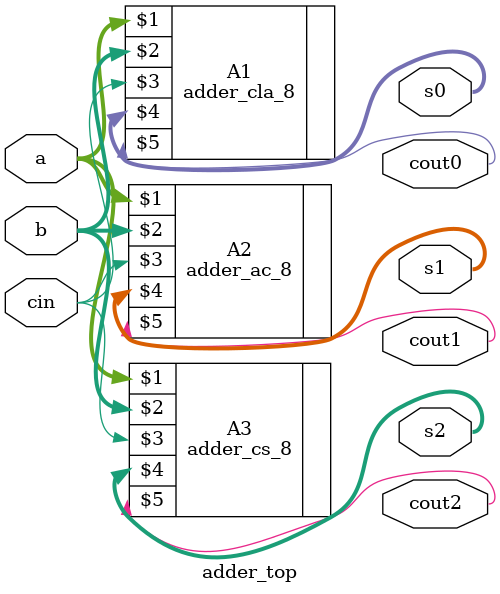
<source format=v>
`timescale 1ns / 1ps
module adder_top(
    input wire [7:0]a,
    input wire [7:0]b,
    input wire cin,
    output wire [7:0] s0,s1,s2,
    output wire cout0,cout1,cout2
    );
adder_cla_8 A1(a,b,cin,s0,cout0);//³¬Ç°
adder_ac_8 A2(a,b,cin,s1,cout1);//ÖðÎ»
adder_cs_8 A3(a,b,cin,s2,cout2);//Ñ¡Ôñ
endmodule

</source>
